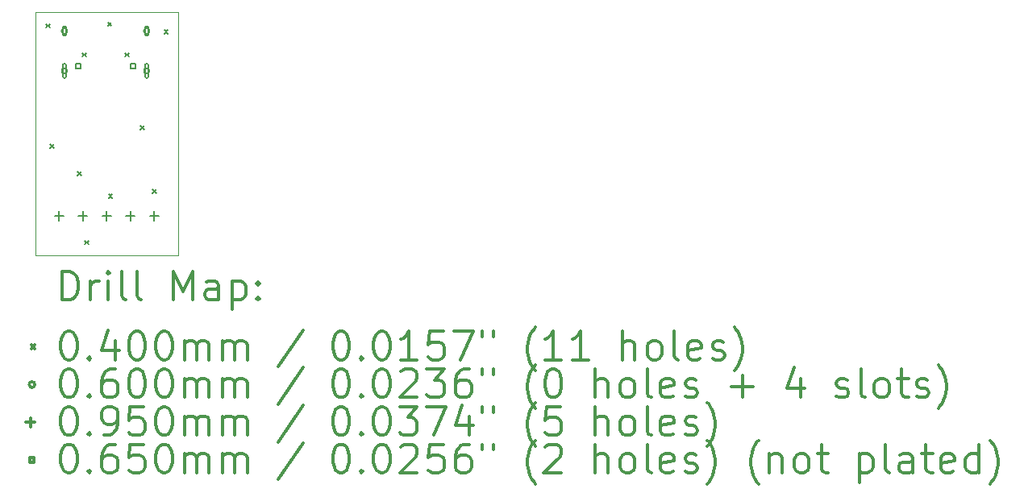
<source format=gbr>
%FSLAX45Y45*%
G04 Gerber Fmt 4.5, Leading zero omitted, Abs format (unit mm)*
G04 Created by KiCad (PCBNEW (5.1.12)-1) date 2022-09-04 19:37:22*
%MOMM*%
%LPD*%
G01*
G04 APERTURE LIST*
%TA.AperFunction,Profile*%
%ADD10C,0.050000*%
%TD*%
%ADD11C,0.200000*%
%ADD12C,0.300000*%
G04 APERTURE END LIST*
D10*
X1500000Y0D02*
X0Y0D01*
X1500000Y0D02*
X1500000Y-2560000D01*
X0Y-2560000D02*
X0Y0D01*
X1500000Y-2560000D02*
X0Y-2560000D01*
D11*
X114000Y-128000D02*
X154000Y-168000D01*
X154000Y-128000D02*
X114000Y-168000D01*
X156000Y-1392000D02*
X196000Y-1432000D01*
X196000Y-1392000D02*
X156000Y-1432000D01*
X446000Y-1682000D02*
X486000Y-1722000D01*
X486000Y-1682000D02*
X446000Y-1722000D01*
X495000Y-432000D02*
X535000Y-472000D01*
X535000Y-432000D02*
X495000Y-472000D01*
X519000Y-2404000D02*
X559000Y-2444000D01*
X559000Y-2404000D02*
X519000Y-2444000D01*
X763000Y-111000D02*
X803000Y-151000D01*
X803000Y-111000D02*
X763000Y-151000D01*
X772000Y-1917000D02*
X812000Y-1957000D01*
X812000Y-1917000D02*
X772000Y-1957000D01*
X943000Y-431000D02*
X983000Y-471000D01*
X983000Y-431000D02*
X943000Y-471000D01*
X1106000Y-1201000D02*
X1146000Y-1241000D01*
X1146000Y-1201000D02*
X1106000Y-1241000D01*
X1231000Y-1867000D02*
X1271000Y-1907000D01*
X1271000Y-1867000D02*
X1231000Y-1907000D01*
X1355000Y-192000D02*
X1395000Y-232000D01*
X1395000Y-192000D02*
X1355000Y-232000D01*
X338000Y-202500D02*
G75*
G03*
X338000Y-202500I-30000J0D01*
G01*
X328000Y-232500D02*
X328000Y-172500D01*
X288000Y-232500D02*
X288000Y-172500D01*
X328000Y-172500D02*
G75*
G03*
X288000Y-172500I-20000J0D01*
G01*
X288000Y-232500D02*
G75*
G03*
X328000Y-232500I20000J0D01*
G01*
X338000Y-620500D02*
G75*
G03*
X338000Y-620500I-30000J0D01*
G01*
X328000Y-675500D02*
X328000Y-565500D01*
X288000Y-675500D02*
X288000Y-565500D01*
X328000Y-565500D02*
G75*
G03*
X288000Y-565500I-20000J0D01*
G01*
X288000Y-675500D02*
G75*
G03*
X328000Y-675500I20000J0D01*
G01*
X1202000Y-202500D02*
G75*
G03*
X1202000Y-202500I-30000J0D01*
G01*
X1192000Y-232500D02*
X1192000Y-172500D01*
X1152000Y-232500D02*
X1152000Y-172500D01*
X1192000Y-172500D02*
G75*
G03*
X1152000Y-172500I-20000J0D01*
G01*
X1152000Y-232500D02*
G75*
G03*
X1192000Y-232500I20000J0D01*
G01*
X1202000Y-620500D02*
G75*
G03*
X1202000Y-620500I-30000J0D01*
G01*
X1192000Y-675500D02*
X1192000Y-565500D01*
X1152000Y-675500D02*
X1152000Y-565500D01*
X1192000Y-565500D02*
G75*
G03*
X1152000Y-565500I-20000J0D01*
G01*
X1152000Y-675500D02*
G75*
G03*
X1192000Y-675500I20000J0D01*
G01*
X251000Y-2098500D02*
X251000Y-2193500D01*
X203500Y-2146000D02*
X298500Y-2146000D01*
X501000Y-2098500D02*
X501000Y-2193500D01*
X453500Y-2146000D02*
X548500Y-2146000D01*
X751000Y-2098500D02*
X751000Y-2193500D01*
X703500Y-2146000D02*
X798500Y-2146000D01*
X1001000Y-2098500D02*
X1001000Y-2193500D01*
X953500Y-2146000D02*
X1048500Y-2146000D01*
X1251000Y-2098500D02*
X1251000Y-2193500D01*
X1203500Y-2146000D02*
X1298500Y-2146000D01*
X473981Y-593481D02*
X473981Y-547519D01*
X428019Y-547519D01*
X428019Y-593481D01*
X473981Y-593481D01*
X1051981Y-593481D02*
X1051981Y-547519D01*
X1006019Y-547519D01*
X1006019Y-593481D01*
X1051981Y-593481D01*
D12*
X283928Y-3028214D02*
X283928Y-2728214D01*
X355357Y-2728214D01*
X398214Y-2742500D01*
X426786Y-2771072D01*
X441071Y-2799643D01*
X455357Y-2856786D01*
X455357Y-2899643D01*
X441071Y-2956786D01*
X426786Y-2985357D01*
X398214Y-3013929D01*
X355357Y-3028214D01*
X283928Y-3028214D01*
X583928Y-3028214D02*
X583928Y-2828214D01*
X583928Y-2885357D02*
X598214Y-2856786D01*
X612500Y-2842500D01*
X641071Y-2828214D01*
X669643Y-2828214D01*
X769643Y-3028214D02*
X769643Y-2828214D01*
X769643Y-2728214D02*
X755357Y-2742500D01*
X769643Y-2756786D01*
X783928Y-2742500D01*
X769643Y-2728214D01*
X769643Y-2756786D01*
X955357Y-3028214D02*
X926786Y-3013929D01*
X912500Y-2985357D01*
X912500Y-2728214D01*
X1112500Y-3028214D02*
X1083928Y-3013929D01*
X1069643Y-2985357D01*
X1069643Y-2728214D01*
X1455357Y-3028214D02*
X1455357Y-2728214D01*
X1555357Y-2942500D01*
X1655357Y-2728214D01*
X1655357Y-3028214D01*
X1926786Y-3028214D02*
X1926786Y-2871071D01*
X1912500Y-2842500D01*
X1883928Y-2828214D01*
X1826786Y-2828214D01*
X1798214Y-2842500D01*
X1926786Y-3013929D02*
X1898214Y-3028214D01*
X1826786Y-3028214D01*
X1798214Y-3013929D01*
X1783928Y-2985357D01*
X1783928Y-2956786D01*
X1798214Y-2928214D01*
X1826786Y-2913929D01*
X1898214Y-2913929D01*
X1926786Y-2899643D01*
X2069643Y-2828214D02*
X2069643Y-3128214D01*
X2069643Y-2842500D02*
X2098214Y-2828214D01*
X2155357Y-2828214D01*
X2183928Y-2842500D01*
X2198214Y-2856786D01*
X2212500Y-2885357D01*
X2212500Y-2971071D01*
X2198214Y-2999643D01*
X2183928Y-3013929D01*
X2155357Y-3028214D01*
X2098214Y-3028214D01*
X2069643Y-3013929D01*
X2341071Y-2999643D02*
X2355357Y-3013929D01*
X2341071Y-3028214D01*
X2326786Y-3013929D01*
X2341071Y-2999643D01*
X2341071Y-3028214D01*
X2341071Y-2842500D02*
X2355357Y-2856786D01*
X2341071Y-2871071D01*
X2326786Y-2856786D01*
X2341071Y-2842500D01*
X2341071Y-2871071D01*
X-42500Y-3502500D02*
X-2500Y-3542500D01*
X-2500Y-3502500D02*
X-42500Y-3542500D01*
X341071Y-3358214D02*
X369643Y-3358214D01*
X398214Y-3372500D01*
X412500Y-3386786D01*
X426786Y-3415357D01*
X441071Y-3472500D01*
X441071Y-3543929D01*
X426786Y-3601071D01*
X412500Y-3629643D01*
X398214Y-3643929D01*
X369643Y-3658214D01*
X341071Y-3658214D01*
X312500Y-3643929D01*
X298214Y-3629643D01*
X283928Y-3601071D01*
X269643Y-3543929D01*
X269643Y-3472500D01*
X283928Y-3415357D01*
X298214Y-3386786D01*
X312500Y-3372500D01*
X341071Y-3358214D01*
X569643Y-3629643D02*
X583928Y-3643929D01*
X569643Y-3658214D01*
X555357Y-3643929D01*
X569643Y-3629643D01*
X569643Y-3658214D01*
X841071Y-3458214D02*
X841071Y-3658214D01*
X769643Y-3343929D02*
X698214Y-3558214D01*
X883928Y-3558214D01*
X1055357Y-3358214D02*
X1083928Y-3358214D01*
X1112500Y-3372500D01*
X1126786Y-3386786D01*
X1141071Y-3415357D01*
X1155357Y-3472500D01*
X1155357Y-3543929D01*
X1141071Y-3601071D01*
X1126786Y-3629643D01*
X1112500Y-3643929D01*
X1083928Y-3658214D01*
X1055357Y-3658214D01*
X1026786Y-3643929D01*
X1012500Y-3629643D01*
X998214Y-3601071D01*
X983928Y-3543929D01*
X983928Y-3472500D01*
X998214Y-3415357D01*
X1012500Y-3386786D01*
X1026786Y-3372500D01*
X1055357Y-3358214D01*
X1341071Y-3358214D02*
X1369643Y-3358214D01*
X1398214Y-3372500D01*
X1412500Y-3386786D01*
X1426786Y-3415357D01*
X1441071Y-3472500D01*
X1441071Y-3543929D01*
X1426786Y-3601071D01*
X1412500Y-3629643D01*
X1398214Y-3643929D01*
X1369643Y-3658214D01*
X1341071Y-3658214D01*
X1312500Y-3643929D01*
X1298214Y-3629643D01*
X1283928Y-3601071D01*
X1269643Y-3543929D01*
X1269643Y-3472500D01*
X1283928Y-3415357D01*
X1298214Y-3386786D01*
X1312500Y-3372500D01*
X1341071Y-3358214D01*
X1569643Y-3658214D02*
X1569643Y-3458214D01*
X1569643Y-3486786D02*
X1583928Y-3472500D01*
X1612500Y-3458214D01*
X1655357Y-3458214D01*
X1683928Y-3472500D01*
X1698214Y-3501071D01*
X1698214Y-3658214D01*
X1698214Y-3501071D02*
X1712500Y-3472500D01*
X1741071Y-3458214D01*
X1783928Y-3458214D01*
X1812500Y-3472500D01*
X1826786Y-3501071D01*
X1826786Y-3658214D01*
X1969643Y-3658214D02*
X1969643Y-3458214D01*
X1969643Y-3486786D02*
X1983928Y-3472500D01*
X2012500Y-3458214D01*
X2055357Y-3458214D01*
X2083928Y-3472500D01*
X2098214Y-3501071D01*
X2098214Y-3658214D01*
X2098214Y-3501071D02*
X2112500Y-3472500D01*
X2141071Y-3458214D01*
X2183928Y-3458214D01*
X2212500Y-3472500D01*
X2226786Y-3501071D01*
X2226786Y-3658214D01*
X2812500Y-3343929D02*
X2555357Y-3729643D01*
X3198214Y-3358214D02*
X3226786Y-3358214D01*
X3255357Y-3372500D01*
X3269643Y-3386786D01*
X3283928Y-3415357D01*
X3298214Y-3472500D01*
X3298214Y-3543929D01*
X3283928Y-3601071D01*
X3269643Y-3629643D01*
X3255357Y-3643929D01*
X3226786Y-3658214D01*
X3198214Y-3658214D01*
X3169643Y-3643929D01*
X3155357Y-3629643D01*
X3141071Y-3601071D01*
X3126786Y-3543929D01*
X3126786Y-3472500D01*
X3141071Y-3415357D01*
X3155357Y-3386786D01*
X3169643Y-3372500D01*
X3198214Y-3358214D01*
X3426786Y-3629643D02*
X3441071Y-3643929D01*
X3426786Y-3658214D01*
X3412500Y-3643929D01*
X3426786Y-3629643D01*
X3426786Y-3658214D01*
X3626786Y-3358214D02*
X3655357Y-3358214D01*
X3683928Y-3372500D01*
X3698214Y-3386786D01*
X3712500Y-3415357D01*
X3726786Y-3472500D01*
X3726786Y-3543929D01*
X3712500Y-3601071D01*
X3698214Y-3629643D01*
X3683928Y-3643929D01*
X3655357Y-3658214D01*
X3626786Y-3658214D01*
X3598214Y-3643929D01*
X3583928Y-3629643D01*
X3569643Y-3601071D01*
X3555357Y-3543929D01*
X3555357Y-3472500D01*
X3569643Y-3415357D01*
X3583928Y-3386786D01*
X3598214Y-3372500D01*
X3626786Y-3358214D01*
X4012500Y-3658214D02*
X3841071Y-3658214D01*
X3926786Y-3658214D02*
X3926786Y-3358214D01*
X3898214Y-3401071D01*
X3869643Y-3429643D01*
X3841071Y-3443929D01*
X4283928Y-3358214D02*
X4141071Y-3358214D01*
X4126786Y-3501071D01*
X4141071Y-3486786D01*
X4169643Y-3472500D01*
X4241071Y-3472500D01*
X4269643Y-3486786D01*
X4283928Y-3501071D01*
X4298214Y-3529643D01*
X4298214Y-3601071D01*
X4283928Y-3629643D01*
X4269643Y-3643929D01*
X4241071Y-3658214D01*
X4169643Y-3658214D01*
X4141071Y-3643929D01*
X4126786Y-3629643D01*
X4398214Y-3358214D02*
X4598214Y-3358214D01*
X4469643Y-3658214D01*
X4698214Y-3358214D02*
X4698214Y-3415357D01*
X4812500Y-3358214D02*
X4812500Y-3415357D01*
X5255357Y-3772500D02*
X5241071Y-3758214D01*
X5212500Y-3715357D01*
X5198214Y-3686786D01*
X5183928Y-3643929D01*
X5169643Y-3572500D01*
X5169643Y-3515357D01*
X5183928Y-3443929D01*
X5198214Y-3401071D01*
X5212500Y-3372500D01*
X5241071Y-3329643D01*
X5255357Y-3315357D01*
X5526786Y-3658214D02*
X5355357Y-3658214D01*
X5441071Y-3658214D02*
X5441071Y-3358214D01*
X5412500Y-3401071D01*
X5383928Y-3429643D01*
X5355357Y-3443929D01*
X5812500Y-3658214D02*
X5641071Y-3658214D01*
X5726786Y-3658214D02*
X5726786Y-3358214D01*
X5698214Y-3401071D01*
X5669643Y-3429643D01*
X5641071Y-3443929D01*
X6169643Y-3658214D02*
X6169643Y-3358214D01*
X6298214Y-3658214D02*
X6298214Y-3501071D01*
X6283928Y-3472500D01*
X6255357Y-3458214D01*
X6212500Y-3458214D01*
X6183928Y-3472500D01*
X6169643Y-3486786D01*
X6483928Y-3658214D02*
X6455357Y-3643929D01*
X6441071Y-3629643D01*
X6426786Y-3601071D01*
X6426786Y-3515357D01*
X6441071Y-3486786D01*
X6455357Y-3472500D01*
X6483928Y-3458214D01*
X6526786Y-3458214D01*
X6555357Y-3472500D01*
X6569643Y-3486786D01*
X6583928Y-3515357D01*
X6583928Y-3601071D01*
X6569643Y-3629643D01*
X6555357Y-3643929D01*
X6526786Y-3658214D01*
X6483928Y-3658214D01*
X6755357Y-3658214D02*
X6726786Y-3643929D01*
X6712500Y-3615357D01*
X6712500Y-3358214D01*
X6983928Y-3643929D02*
X6955357Y-3658214D01*
X6898214Y-3658214D01*
X6869643Y-3643929D01*
X6855357Y-3615357D01*
X6855357Y-3501071D01*
X6869643Y-3472500D01*
X6898214Y-3458214D01*
X6955357Y-3458214D01*
X6983928Y-3472500D01*
X6998214Y-3501071D01*
X6998214Y-3529643D01*
X6855357Y-3558214D01*
X7112500Y-3643929D02*
X7141071Y-3658214D01*
X7198214Y-3658214D01*
X7226786Y-3643929D01*
X7241071Y-3615357D01*
X7241071Y-3601071D01*
X7226786Y-3572500D01*
X7198214Y-3558214D01*
X7155357Y-3558214D01*
X7126786Y-3543929D01*
X7112500Y-3515357D01*
X7112500Y-3501071D01*
X7126786Y-3472500D01*
X7155357Y-3458214D01*
X7198214Y-3458214D01*
X7226786Y-3472500D01*
X7341071Y-3772500D02*
X7355357Y-3758214D01*
X7383928Y-3715357D01*
X7398214Y-3686786D01*
X7412500Y-3643929D01*
X7426786Y-3572500D01*
X7426786Y-3515357D01*
X7412500Y-3443929D01*
X7398214Y-3401071D01*
X7383928Y-3372500D01*
X7355357Y-3329643D01*
X7341071Y-3315357D01*
X-2500Y-3918500D02*
G75*
G03*
X-2500Y-3918500I-30000J0D01*
G01*
X341071Y-3754214D02*
X369643Y-3754214D01*
X398214Y-3768500D01*
X412500Y-3782786D01*
X426786Y-3811357D01*
X441071Y-3868500D01*
X441071Y-3939929D01*
X426786Y-3997071D01*
X412500Y-4025643D01*
X398214Y-4039929D01*
X369643Y-4054214D01*
X341071Y-4054214D01*
X312500Y-4039929D01*
X298214Y-4025643D01*
X283928Y-3997071D01*
X269643Y-3939929D01*
X269643Y-3868500D01*
X283928Y-3811357D01*
X298214Y-3782786D01*
X312500Y-3768500D01*
X341071Y-3754214D01*
X569643Y-4025643D02*
X583928Y-4039929D01*
X569643Y-4054214D01*
X555357Y-4039929D01*
X569643Y-4025643D01*
X569643Y-4054214D01*
X841071Y-3754214D02*
X783928Y-3754214D01*
X755357Y-3768500D01*
X741071Y-3782786D01*
X712500Y-3825643D01*
X698214Y-3882786D01*
X698214Y-3997071D01*
X712500Y-4025643D01*
X726786Y-4039929D01*
X755357Y-4054214D01*
X812500Y-4054214D01*
X841071Y-4039929D01*
X855357Y-4025643D01*
X869643Y-3997071D01*
X869643Y-3925643D01*
X855357Y-3897071D01*
X841071Y-3882786D01*
X812500Y-3868500D01*
X755357Y-3868500D01*
X726786Y-3882786D01*
X712500Y-3897071D01*
X698214Y-3925643D01*
X1055357Y-3754214D02*
X1083928Y-3754214D01*
X1112500Y-3768500D01*
X1126786Y-3782786D01*
X1141071Y-3811357D01*
X1155357Y-3868500D01*
X1155357Y-3939929D01*
X1141071Y-3997071D01*
X1126786Y-4025643D01*
X1112500Y-4039929D01*
X1083928Y-4054214D01*
X1055357Y-4054214D01*
X1026786Y-4039929D01*
X1012500Y-4025643D01*
X998214Y-3997071D01*
X983928Y-3939929D01*
X983928Y-3868500D01*
X998214Y-3811357D01*
X1012500Y-3782786D01*
X1026786Y-3768500D01*
X1055357Y-3754214D01*
X1341071Y-3754214D02*
X1369643Y-3754214D01*
X1398214Y-3768500D01*
X1412500Y-3782786D01*
X1426786Y-3811357D01*
X1441071Y-3868500D01*
X1441071Y-3939929D01*
X1426786Y-3997071D01*
X1412500Y-4025643D01*
X1398214Y-4039929D01*
X1369643Y-4054214D01*
X1341071Y-4054214D01*
X1312500Y-4039929D01*
X1298214Y-4025643D01*
X1283928Y-3997071D01*
X1269643Y-3939929D01*
X1269643Y-3868500D01*
X1283928Y-3811357D01*
X1298214Y-3782786D01*
X1312500Y-3768500D01*
X1341071Y-3754214D01*
X1569643Y-4054214D02*
X1569643Y-3854214D01*
X1569643Y-3882786D02*
X1583928Y-3868500D01*
X1612500Y-3854214D01*
X1655357Y-3854214D01*
X1683928Y-3868500D01*
X1698214Y-3897071D01*
X1698214Y-4054214D01*
X1698214Y-3897071D02*
X1712500Y-3868500D01*
X1741071Y-3854214D01*
X1783928Y-3854214D01*
X1812500Y-3868500D01*
X1826786Y-3897071D01*
X1826786Y-4054214D01*
X1969643Y-4054214D02*
X1969643Y-3854214D01*
X1969643Y-3882786D02*
X1983928Y-3868500D01*
X2012500Y-3854214D01*
X2055357Y-3854214D01*
X2083928Y-3868500D01*
X2098214Y-3897071D01*
X2098214Y-4054214D01*
X2098214Y-3897071D02*
X2112500Y-3868500D01*
X2141071Y-3854214D01*
X2183928Y-3854214D01*
X2212500Y-3868500D01*
X2226786Y-3897071D01*
X2226786Y-4054214D01*
X2812500Y-3739929D02*
X2555357Y-4125643D01*
X3198214Y-3754214D02*
X3226786Y-3754214D01*
X3255357Y-3768500D01*
X3269643Y-3782786D01*
X3283928Y-3811357D01*
X3298214Y-3868500D01*
X3298214Y-3939929D01*
X3283928Y-3997071D01*
X3269643Y-4025643D01*
X3255357Y-4039929D01*
X3226786Y-4054214D01*
X3198214Y-4054214D01*
X3169643Y-4039929D01*
X3155357Y-4025643D01*
X3141071Y-3997071D01*
X3126786Y-3939929D01*
X3126786Y-3868500D01*
X3141071Y-3811357D01*
X3155357Y-3782786D01*
X3169643Y-3768500D01*
X3198214Y-3754214D01*
X3426786Y-4025643D02*
X3441071Y-4039929D01*
X3426786Y-4054214D01*
X3412500Y-4039929D01*
X3426786Y-4025643D01*
X3426786Y-4054214D01*
X3626786Y-3754214D02*
X3655357Y-3754214D01*
X3683928Y-3768500D01*
X3698214Y-3782786D01*
X3712500Y-3811357D01*
X3726786Y-3868500D01*
X3726786Y-3939929D01*
X3712500Y-3997071D01*
X3698214Y-4025643D01*
X3683928Y-4039929D01*
X3655357Y-4054214D01*
X3626786Y-4054214D01*
X3598214Y-4039929D01*
X3583928Y-4025643D01*
X3569643Y-3997071D01*
X3555357Y-3939929D01*
X3555357Y-3868500D01*
X3569643Y-3811357D01*
X3583928Y-3782786D01*
X3598214Y-3768500D01*
X3626786Y-3754214D01*
X3841071Y-3782786D02*
X3855357Y-3768500D01*
X3883928Y-3754214D01*
X3955357Y-3754214D01*
X3983928Y-3768500D01*
X3998214Y-3782786D01*
X4012500Y-3811357D01*
X4012500Y-3839929D01*
X3998214Y-3882786D01*
X3826786Y-4054214D01*
X4012500Y-4054214D01*
X4112500Y-3754214D02*
X4298214Y-3754214D01*
X4198214Y-3868500D01*
X4241071Y-3868500D01*
X4269643Y-3882786D01*
X4283928Y-3897071D01*
X4298214Y-3925643D01*
X4298214Y-3997071D01*
X4283928Y-4025643D01*
X4269643Y-4039929D01*
X4241071Y-4054214D01*
X4155357Y-4054214D01*
X4126786Y-4039929D01*
X4112500Y-4025643D01*
X4555357Y-3754214D02*
X4498214Y-3754214D01*
X4469643Y-3768500D01*
X4455357Y-3782786D01*
X4426786Y-3825643D01*
X4412500Y-3882786D01*
X4412500Y-3997071D01*
X4426786Y-4025643D01*
X4441071Y-4039929D01*
X4469643Y-4054214D01*
X4526786Y-4054214D01*
X4555357Y-4039929D01*
X4569643Y-4025643D01*
X4583928Y-3997071D01*
X4583928Y-3925643D01*
X4569643Y-3897071D01*
X4555357Y-3882786D01*
X4526786Y-3868500D01*
X4469643Y-3868500D01*
X4441071Y-3882786D01*
X4426786Y-3897071D01*
X4412500Y-3925643D01*
X4698214Y-3754214D02*
X4698214Y-3811357D01*
X4812500Y-3754214D02*
X4812500Y-3811357D01*
X5255357Y-4168500D02*
X5241071Y-4154214D01*
X5212500Y-4111357D01*
X5198214Y-4082786D01*
X5183928Y-4039929D01*
X5169643Y-3968500D01*
X5169643Y-3911357D01*
X5183928Y-3839929D01*
X5198214Y-3797071D01*
X5212500Y-3768500D01*
X5241071Y-3725643D01*
X5255357Y-3711357D01*
X5426786Y-3754214D02*
X5455357Y-3754214D01*
X5483928Y-3768500D01*
X5498214Y-3782786D01*
X5512500Y-3811357D01*
X5526786Y-3868500D01*
X5526786Y-3939929D01*
X5512500Y-3997071D01*
X5498214Y-4025643D01*
X5483928Y-4039929D01*
X5455357Y-4054214D01*
X5426786Y-4054214D01*
X5398214Y-4039929D01*
X5383928Y-4025643D01*
X5369643Y-3997071D01*
X5355357Y-3939929D01*
X5355357Y-3868500D01*
X5369643Y-3811357D01*
X5383928Y-3782786D01*
X5398214Y-3768500D01*
X5426786Y-3754214D01*
X5883928Y-4054214D02*
X5883928Y-3754214D01*
X6012500Y-4054214D02*
X6012500Y-3897071D01*
X5998214Y-3868500D01*
X5969643Y-3854214D01*
X5926786Y-3854214D01*
X5898214Y-3868500D01*
X5883928Y-3882786D01*
X6198214Y-4054214D02*
X6169643Y-4039929D01*
X6155357Y-4025643D01*
X6141071Y-3997071D01*
X6141071Y-3911357D01*
X6155357Y-3882786D01*
X6169643Y-3868500D01*
X6198214Y-3854214D01*
X6241071Y-3854214D01*
X6269643Y-3868500D01*
X6283928Y-3882786D01*
X6298214Y-3911357D01*
X6298214Y-3997071D01*
X6283928Y-4025643D01*
X6269643Y-4039929D01*
X6241071Y-4054214D01*
X6198214Y-4054214D01*
X6469643Y-4054214D02*
X6441071Y-4039929D01*
X6426786Y-4011357D01*
X6426786Y-3754214D01*
X6698214Y-4039929D02*
X6669643Y-4054214D01*
X6612500Y-4054214D01*
X6583928Y-4039929D01*
X6569643Y-4011357D01*
X6569643Y-3897071D01*
X6583928Y-3868500D01*
X6612500Y-3854214D01*
X6669643Y-3854214D01*
X6698214Y-3868500D01*
X6712500Y-3897071D01*
X6712500Y-3925643D01*
X6569643Y-3954214D01*
X6826786Y-4039929D02*
X6855357Y-4054214D01*
X6912500Y-4054214D01*
X6941071Y-4039929D01*
X6955357Y-4011357D01*
X6955357Y-3997071D01*
X6941071Y-3968500D01*
X6912500Y-3954214D01*
X6869643Y-3954214D01*
X6841071Y-3939929D01*
X6826786Y-3911357D01*
X6826786Y-3897071D01*
X6841071Y-3868500D01*
X6869643Y-3854214D01*
X6912500Y-3854214D01*
X6941071Y-3868500D01*
X7312500Y-3939929D02*
X7541071Y-3939929D01*
X7426786Y-4054214D02*
X7426786Y-3825643D01*
X8041071Y-3854214D02*
X8041071Y-4054214D01*
X7969643Y-3739929D02*
X7898214Y-3954214D01*
X8083928Y-3954214D01*
X8412500Y-4039929D02*
X8441071Y-4054214D01*
X8498214Y-4054214D01*
X8526786Y-4039929D01*
X8541071Y-4011357D01*
X8541071Y-3997071D01*
X8526786Y-3968500D01*
X8498214Y-3954214D01*
X8455357Y-3954214D01*
X8426786Y-3939929D01*
X8412500Y-3911357D01*
X8412500Y-3897071D01*
X8426786Y-3868500D01*
X8455357Y-3854214D01*
X8498214Y-3854214D01*
X8526786Y-3868500D01*
X8712500Y-4054214D02*
X8683928Y-4039929D01*
X8669643Y-4011357D01*
X8669643Y-3754214D01*
X8869643Y-4054214D02*
X8841071Y-4039929D01*
X8826786Y-4025643D01*
X8812500Y-3997071D01*
X8812500Y-3911357D01*
X8826786Y-3882786D01*
X8841071Y-3868500D01*
X8869643Y-3854214D01*
X8912500Y-3854214D01*
X8941071Y-3868500D01*
X8955357Y-3882786D01*
X8969643Y-3911357D01*
X8969643Y-3997071D01*
X8955357Y-4025643D01*
X8941071Y-4039929D01*
X8912500Y-4054214D01*
X8869643Y-4054214D01*
X9055357Y-3854214D02*
X9169643Y-3854214D01*
X9098214Y-3754214D02*
X9098214Y-4011357D01*
X9112500Y-4039929D01*
X9141071Y-4054214D01*
X9169643Y-4054214D01*
X9255357Y-4039929D02*
X9283928Y-4054214D01*
X9341071Y-4054214D01*
X9369643Y-4039929D01*
X9383928Y-4011357D01*
X9383928Y-3997071D01*
X9369643Y-3968500D01*
X9341071Y-3954214D01*
X9298214Y-3954214D01*
X9269643Y-3939929D01*
X9255357Y-3911357D01*
X9255357Y-3897071D01*
X9269643Y-3868500D01*
X9298214Y-3854214D01*
X9341071Y-3854214D01*
X9369643Y-3868500D01*
X9483928Y-4168500D02*
X9498214Y-4154214D01*
X9526786Y-4111357D01*
X9541071Y-4082786D01*
X9555357Y-4039929D01*
X9569643Y-3968500D01*
X9569643Y-3911357D01*
X9555357Y-3839929D01*
X9541071Y-3797071D01*
X9526786Y-3768500D01*
X9498214Y-3725643D01*
X9483928Y-3711357D01*
X-50000Y-4267000D02*
X-50000Y-4362000D01*
X-97500Y-4314500D02*
X-2500Y-4314500D01*
X341071Y-4150214D02*
X369643Y-4150214D01*
X398214Y-4164500D01*
X412500Y-4178786D01*
X426786Y-4207357D01*
X441071Y-4264500D01*
X441071Y-4335929D01*
X426786Y-4393072D01*
X412500Y-4421643D01*
X398214Y-4435929D01*
X369643Y-4450214D01*
X341071Y-4450214D01*
X312500Y-4435929D01*
X298214Y-4421643D01*
X283928Y-4393072D01*
X269643Y-4335929D01*
X269643Y-4264500D01*
X283928Y-4207357D01*
X298214Y-4178786D01*
X312500Y-4164500D01*
X341071Y-4150214D01*
X569643Y-4421643D02*
X583928Y-4435929D01*
X569643Y-4450214D01*
X555357Y-4435929D01*
X569643Y-4421643D01*
X569643Y-4450214D01*
X726786Y-4450214D02*
X783928Y-4450214D01*
X812500Y-4435929D01*
X826786Y-4421643D01*
X855357Y-4378786D01*
X869643Y-4321643D01*
X869643Y-4207357D01*
X855357Y-4178786D01*
X841071Y-4164500D01*
X812500Y-4150214D01*
X755357Y-4150214D01*
X726786Y-4164500D01*
X712500Y-4178786D01*
X698214Y-4207357D01*
X698214Y-4278786D01*
X712500Y-4307357D01*
X726786Y-4321643D01*
X755357Y-4335929D01*
X812500Y-4335929D01*
X841071Y-4321643D01*
X855357Y-4307357D01*
X869643Y-4278786D01*
X1141071Y-4150214D02*
X998214Y-4150214D01*
X983928Y-4293072D01*
X998214Y-4278786D01*
X1026786Y-4264500D01*
X1098214Y-4264500D01*
X1126786Y-4278786D01*
X1141071Y-4293072D01*
X1155357Y-4321643D01*
X1155357Y-4393072D01*
X1141071Y-4421643D01*
X1126786Y-4435929D01*
X1098214Y-4450214D01*
X1026786Y-4450214D01*
X998214Y-4435929D01*
X983928Y-4421643D01*
X1341071Y-4150214D02*
X1369643Y-4150214D01*
X1398214Y-4164500D01*
X1412500Y-4178786D01*
X1426786Y-4207357D01*
X1441071Y-4264500D01*
X1441071Y-4335929D01*
X1426786Y-4393072D01*
X1412500Y-4421643D01*
X1398214Y-4435929D01*
X1369643Y-4450214D01*
X1341071Y-4450214D01*
X1312500Y-4435929D01*
X1298214Y-4421643D01*
X1283928Y-4393072D01*
X1269643Y-4335929D01*
X1269643Y-4264500D01*
X1283928Y-4207357D01*
X1298214Y-4178786D01*
X1312500Y-4164500D01*
X1341071Y-4150214D01*
X1569643Y-4450214D02*
X1569643Y-4250214D01*
X1569643Y-4278786D02*
X1583928Y-4264500D01*
X1612500Y-4250214D01*
X1655357Y-4250214D01*
X1683928Y-4264500D01*
X1698214Y-4293072D01*
X1698214Y-4450214D01*
X1698214Y-4293072D02*
X1712500Y-4264500D01*
X1741071Y-4250214D01*
X1783928Y-4250214D01*
X1812500Y-4264500D01*
X1826786Y-4293072D01*
X1826786Y-4450214D01*
X1969643Y-4450214D02*
X1969643Y-4250214D01*
X1969643Y-4278786D02*
X1983928Y-4264500D01*
X2012500Y-4250214D01*
X2055357Y-4250214D01*
X2083928Y-4264500D01*
X2098214Y-4293072D01*
X2098214Y-4450214D01*
X2098214Y-4293072D02*
X2112500Y-4264500D01*
X2141071Y-4250214D01*
X2183928Y-4250214D01*
X2212500Y-4264500D01*
X2226786Y-4293072D01*
X2226786Y-4450214D01*
X2812500Y-4135929D02*
X2555357Y-4521643D01*
X3198214Y-4150214D02*
X3226786Y-4150214D01*
X3255357Y-4164500D01*
X3269643Y-4178786D01*
X3283928Y-4207357D01*
X3298214Y-4264500D01*
X3298214Y-4335929D01*
X3283928Y-4393072D01*
X3269643Y-4421643D01*
X3255357Y-4435929D01*
X3226786Y-4450214D01*
X3198214Y-4450214D01*
X3169643Y-4435929D01*
X3155357Y-4421643D01*
X3141071Y-4393072D01*
X3126786Y-4335929D01*
X3126786Y-4264500D01*
X3141071Y-4207357D01*
X3155357Y-4178786D01*
X3169643Y-4164500D01*
X3198214Y-4150214D01*
X3426786Y-4421643D02*
X3441071Y-4435929D01*
X3426786Y-4450214D01*
X3412500Y-4435929D01*
X3426786Y-4421643D01*
X3426786Y-4450214D01*
X3626786Y-4150214D02*
X3655357Y-4150214D01*
X3683928Y-4164500D01*
X3698214Y-4178786D01*
X3712500Y-4207357D01*
X3726786Y-4264500D01*
X3726786Y-4335929D01*
X3712500Y-4393072D01*
X3698214Y-4421643D01*
X3683928Y-4435929D01*
X3655357Y-4450214D01*
X3626786Y-4450214D01*
X3598214Y-4435929D01*
X3583928Y-4421643D01*
X3569643Y-4393072D01*
X3555357Y-4335929D01*
X3555357Y-4264500D01*
X3569643Y-4207357D01*
X3583928Y-4178786D01*
X3598214Y-4164500D01*
X3626786Y-4150214D01*
X3826786Y-4150214D02*
X4012500Y-4150214D01*
X3912500Y-4264500D01*
X3955357Y-4264500D01*
X3983928Y-4278786D01*
X3998214Y-4293072D01*
X4012500Y-4321643D01*
X4012500Y-4393072D01*
X3998214Y-4421643D01*
X3983928Y-4435929D01*
X3955357Y-4450214D01*
X3869643Y-4450214D01*
X3841071Y-4435929D01*
X3826786Y-4421643D01*
X4112500Y-4150214D02*
X4312500Y-4150214D01*
X4183928Y-4450214D01*
X4555357Y-4250214D02*
X4555357Y-4450214D01*
X4483928Y-4135929D02*
X4412500Y-4350214D01*
X4598214Y-4350214D01*
X4698214Y-4150214D02*
X4698214Y-4207357D01*
X4812500Y-4150214D02*
X4812500Y-4207357D01*
X5255357Y-4564500D02*
X5241071Y-4550214D01*
X5212500Y-4507357D01*
X5198214Y-4478786D01*
X5183928Y-4435929D01*
X5169643Y-4364500D01*
X5169643Y-4307357D01*
X5183928Y-4235929D01*
X5198214Y-4193071D01*
X5212500Y-4164500D01*
X5241071Y-4121643D01*
X5255357Y-4107357D01*
X5512500Y-4150214D02*
X5369643Y-4150214D01*
X5355357Y-4293072D01*
X5369643Y-4278786D01*
X5398214Y-4264500D01*
X5469643Y-4264500D01*
X5498214Y-4278786D01*
X5512500Y-4293072D01*
X5526786Y-4321643D01*
X5526786Y-4393072D01*
X5512500Y-4421643D01*
X5498214Y-4435929D01*
X5469643Y-4450214D01*
X5398214Y-4450214D01*
X5369643Y-4435929D01*
X5355357Y-4421643D01*
X5883928Y-4450214D02*
X5883928Y-4150214D01*
X6012500Y-4450214D02*
X6012500Y-4293072D01*
X5998214Y-4264500D01*
X5969643Y-4250214D01*
X5926786Y-4250214D01*
X5898214Y-4264500D01*
X5883928Y-4278786D01*
X6198214Y-4450214D02*
X6169643Y-4435929D01*
X6155357Y-4421643D01*
X6141071Y-4393072D01*
X6141071Y-4307357D01*
X6155357Y-4278786D01*
X6169643Y-4264500D01*
X6198214Y-4250214D01*
X6241071Y-4250214D01*
X6269643Y-4264500D01*
X6283928Y-4278786D01*
X6298214Y-4307357D01*
X6298214Y-4393072D01*
X6283928Y-4421643D01*
X6269643Y-4435929D01*
X6241071Y-4450214D01*
X6198214Y-4450214D01*
X6469643Y-4450214D02*
X6441071Y-4435929D01*
X6426786Y-4407357D01*
X6426786Y-4150214D01*
X6698214Y-4435929D02*
X6669643Y-4450214D01*
X6612500Y-4450214D01*
X6583928Y-4435929D01*
X6569643Y-4407357D01*
X6569643Y-4293072D01*
X6583928Y-4264500D01*
X6612500Y-4250214D01*
X6669643Y-4250214D01*
X6698214Y-4264500D01*
X6712500Y-4293072D01*
X6712500Y-4321643D01*
X6569643Y-4350214D01*
X6826786Y-4435929D02*
X6855357Y-4450214D01*
X6912500Y-4450214D01*
X6941071Y-4435929D01*
X6955357Y-4407357D01*
X6955357Y-4393072D01*
X6941071Y-4364500D01*
X6912500Y-4350214D01*
X6869643Y-4350214D01*
X6841071Y-4335929D01*
X6826786Y-4307357D01*
X6826786Y-4293072D01*
X6841071Y-4264500D01*
X6869643Y-4250214D01*
X6912500Y-4250214D01*
X6941071Y-4264500D01*
X7055357Y-4564500D02*
X7069643Y-4550214D01*
X7098214Y-4507357D01*
X7112500Y-4478786D01*
X7126786Y-4435929D01*
X7141071Y-4364500D01*
X7141071Y-4307357D01*
X7126786Y-4235929D01*
X7112500Y-4193071D01*
X7098214Y-4164500D01*
X7069643Y-4121643D01*
X7055357Y-4107357D01*
X-12019Y-4733481D02*
X-12019Y-4687519D01*
X-57981Y-4687519D01*
X-57981Y-4733481D01*
X-12019Y-4733481D01*
X341071Y-4546214D02*
X369643Y-4546214D01*
X398214Y-4560500D01*
X412500Y-4574786D01*
X426786Y-4603357D01*
X441071Y-4660500D01*
X441071Y-4731929D01*
X426786Y-4789072D01*
X412500Y-4817643D01*
X398214Y-4831929D01*
X369643Y-4846214D01*
X341071Y-4846214D01*
X312500Y-4831929D01*
X298214Y-4817643D01*
X283928Y-4789072D01*
X269643Y-4731929D01*
X269643Y-4660500D01*
X283928Y-4603357D01*
X298214Y-4574786D01*
X312500Y-4560500D01*
X341071Y-4546214D01*
X569643Y-4817643D02*
X583928Y-4831929D01*
X569643Y-4846214D01*
X555357Y-4831929D01*
X569643Y-4817643D01*
X569643Y-4846214D01*
X841071Y-4546214D02*
X783928Y-4546214D01*
X755357Y-4560500D01*
X741071Y-4574786D01*
X712500Y-4617643D01*
X698214Y-4674786D01*
X698214Y-4789072D01*
X712500Y-4817643D01*
X726786Y-4831929D01*
X755357Y-4846214D01*
X812500Y-4846214D01*
X841071Y-4831929D01*
X855357Y-4817643D01*
X869643Y-4789072D01*
X869643Y-4717643D01*
X855357Y-4689072D01*
X841071Y-4674786D01*
X812500Y-4660500D01*
X755357Y-4660500D01*
X726786Y-4674786D01*
X712500Y-4689072D01*
X698214Y-4717643D01*
X1141071Y-4546214D02*
X998214Y-4546214D01*
X983928Y-4689072D01*
X998214Y-4674786D01*
X1026786Y-4660500D01*
X1098214Y-4660500D01*
X1126786Y-4674786D01*
X1141071Y-4689072D01*
X1155357Y-4717643D01*
X1155357Y-4789072D01*
X1141071Y-4817643D01*
X1126786Y-4831929D01*
X1098214Y-4846214D01*
X1026786Y-4846214D01*
X998214Y-4831929D01*
X983928Y-4817643D01*
X1341071Y-4546214D02*
X1369643Y-4546214D01*
X1398214Y-4560500D01*
X1412500Y-4574786D01*
X1426786Y-4603357D01*
X1441071Y-4660500D01*
X1441071Y-4731929D01*
X1426786Y-4789072D01*
X1412500Y-4817643D01*
X1398214Y-4831929D01*
X1369643Y-4846214D01*
X1341071Y-4846214D01*
X1312500Y-4831929D01*
X1298214Y-4817643D01*
X1283928Y-4789072D01*
X1269643Y-4731929D01*
X1269643Y-4660500D01*
X1283928Y-4603357D01*
X1298214Y-4574786D01*
X1312500Y-4560500D01*
X1341071Y-4546214D01*
X1569643Y-4846214D02*
X1569643Y-4646214D01*
X1569643Y-4674786D02*
X1583928Y-4660500D01*
X1612500Y-4646214D01*
X1655357Y-4646214D01*
X1683928Y-4660500D01*
X1698214Y-4689072D01*
X1698214Y-4846214D01*
X1698214Y-4689072D02*
X1712500Y-4660500D01*
X1741071Y-4646214D01*
X1783928Y-4646214D01*
X1812500Y-4660500D01*
X1826786Y-4689072D01*
X1826786Y-4846214D01*
X1969643Y-4846214D02*
X1969643Y-4646214D01*
X1969643Y-4674786D02*
X1983928Y-4660500D01*
X2012500Y-4646214D01*
X2055357Y-4646214D01*
X2083928Y-4660500D01*
X2098214Y-4689072D01*
X2098214Y-4846214D01*
X2098214Y-4689072D02*
X2112500Y-4660500D01*
X2141071Y-4646214D01*
X2183928Y-4646214D01*
X2212500Y-4660500D01*
X2226786Y-4689072D01*
X2226786Y-4846214D01*
X2812500Y-4531929D02*
X2555357Y-4917643D01*
X3198214Y-4546214D02*
X3226786Y-4546214D01*
X3255357Y-4560500D01*
X3269643Y-4574786D01*
X3283928Y-4603357D01*
X3298214Y-4660500D01*
X3298214Y-4731929D01*
X3283928Y-4789072D01*
X3269643Y-4817643D01*
X3255357Y-4831929D01*
X3226786Y-4846214D01*
X3198214Y-4846214D01*
X3169643Y-4831929D01*
X3155357Y-4817643D01*
X3141071Y-4789072D01*
X3126786Y-4731929D01*
X3126786Y-4660500D01*
X3141071Y-4603357D01*
X3155357Y-4574786D01*
X3169643Y-4560500D01*
X3198214Y-4546214D01*
X3426786Y-4817643D02*
X3441071Y-4831929D01*
X3426786Y-4846214D01*
X3412500Y-4831929D01*
X3426786Y-4817643D01*
X3426786Y-4846214D01*
X3626786Y-4546214D02*
X3655357Y-4546214D01*
X3683928Y-4560500D01*
X3698214Y-4574786D01*
X3712500Y-4603357D01*
X3726786Y-4660500D01*
X3726786Y-4731929D01*
X3712500Y-4789072D01*
X3698214Y-4817643D01*
X3683928Y-4831929D01*
X3655357Y-4846214D01*
X3626786Y-4846214D01*
X3598214Y-4831929D01*
X3583928Y-4817643D01*
X3569643Y-4789072D01*
X3555357Y-4731929D01*
X3555357Y-4660500D01*
X3569643Y-4603357D01*
X3583928Y-4574786D01*
X3598214Y-4560500D01*
X3626786Y-4546214D01*
X3841071Y-4574786D02*
X3855357Y-4560500D01*
X3883928Y-4546214D01*
X3955357Y-4546214D01*
X3983928Y-4560500D01*
X3998214Y-4574786D01*
X4012500Y-4603357D01*
X4012500Y-4631929D01*
X3998214Y-4674786D01*
X3826786Y-4846214D01*
X4012500Y-4846214D01*
X4283928Y-4546214D02*
X4141071Y-4546214D01*
X4126786Y-4689072D01*
X4141071Y-4674786D01*
X4169643Y-4660500D01*
X4241071Y-4660500D01*
X4269643Y-4674786D01*
X4283928Y-4689072D01*
X4298214Y-4717643D01*
X4298214Y-4789072D01*
X4283928Y-4817643D01*
X4269643Y-4831929D01*
X4241071Y-4846214D01*
X4169643Y-4846214D01*
X4141071Y-4831929D01*
X4126786Y-4817643D01*
X4555357Y-4546214D02*
X4498214Y-4546214D01*
X4469643Y-4560500D01*
X4455357Y-4574786D01*
X4426786Y-4617643D01*
X4412500Y-4674786D01*
X4412500Y-4789072D01*
X4426786Y-4817643D01*
X4441071Y-4831929D01*
X4469643Y-4846214D01*
X4526786Y-4846214D01*
X4555357Y-4831929D01*
X4569643Y-4817643D01*
X4583928Y-4789072D01*
X4583928Y-4717643D01*
X4569643Y-4689072D01*
X4555357Y-4674786D01*
X4526786Y-4660500D01*
X4469643Y-4660500D01*
X4441071Y-4674786D01*
X4426786Y-4689072D01*
X4412500Y-4717643D01*
X4698214Y-4546214D02*
X4698214Y-4603357D01*
X4812500Y-4546214D02*
X4812500Y-4603357D01*
X5255357Y-4960500D02*
X5241071Y-4946214D01*
X5212500Y-4903357D01*
X5198214Y-4874786D01*
X5183928Y-4831929D01*
X5169643Y-4760500D01*
X5169643Y-4703357D01*
X5183928Y-4631929D01*
X5198214Y-4589072D01*
X5212500Y-4560500D01*
X5241071Y-4517643D01*
X5255357Y-4503357D01*
X5355357Y-4574786D02*
X5369643Y-4560500D01*
X5398214Y-4546214D01*
X5469643Y-4546214D01*
X5498214Y-4560500D01*
X5512500Y-4574786D01*
X5526786Y-4603357D01*
X5526786Y-4631929D01*
X5512500Y-4674786D01*
X5341071Y-4846214D01*
X5526786Y-4846214D01*
X5883928Y-4846214D02*
X5883928Y-4546214D01*
X6012500Y-4846214D02*
X6012500Y-4689072D01*
X5998214Y-4660500D01*
X5969643Y-4646214D01*
X5926786Y-4646214D01*
X5898214Y-4660500D01*
X5883928Y-4674786D01*
X6198214Y-4846214D02*
X6169643Y-4831929D01*
X6155357Y-4817643D01*
X6141071Y-4789072D01*
X6141071Y-4703357D01*
X6155357Y-4674786D01*
X6169643Y-4660500D01*
X6198214Y-4646214D01*
X6241071Y-4646214D01*
X6269643Y-4660500D01*
X6283928Y-4674786D01*
X6298214Y-4703357D01*
X6298214Y-4789072D01*
X6283928Y-4817643D01*
X6269643Y-4831929D01*
X6241071Y-4846214D01*
X6198214Y-4846214D01*
X6469643Y-4846214D02*
X6441071Y-4831929D01*
X6426786Y-4803357D01*
X6426786Y-4546214D01*
X6698214Y-4831929D02*
X6669643Y-4846214D01*
X6612500Y-4846214D01*
X6583928Y-4831929D01*
X6569643Y-4803357D01*
X6569643Y-4689072D01*
X6583928Y-4660500D01*
X6612500Y-4646214D01*
X6669643Y-4646214D01*
X6698214Y-4660500D01*
X6712500Y-4689072D01*
X6712500Y-4717643D01*
X6569643Y-4746214D01*
X6826786Y-4831929D02*
X6855357Y-4846214D01*
X6912500Y-4846214D01*
X6941071Y-4831929D01*
X6955357Y-4803357D01*
X6955357Y-4789072D01*
X6941071Y-4760500D01*
X6912500Y-4746214D01*
X6869643Y-4746214D01*
X6841071Y-4731929D01*
X6826786Y-4703357D01*
X6826786Y-4689072D01*
X6841071Y-4660500D01*
X6869643Y-4646214D01*
X6912500Y-4646214D01*
X6941071Y-4660500D01*
X7055357Y-4960500D02*
X7069643Y-4946214D01*
X7098214Y-4903357D01*
X7112500Y-4874786D01*
X7126786Y-4831929D01*
X7141071Y-4760500D01*
X7141071Y-4703357D01*
X7126786Y-4631929D01*
X7112500Y-4589072D01*
X7098214Y-4560500D01*
X7069643Y-4517643D01*
X7055357Y-4503357D01*
X7598214Y-4960500D02*
X7583928Y-4946214D01*
X7555357Y-4903357D01*
X7541071Y-4874786D01*
X7526786Y-4831929D01*
X7512500Y-4760500D01*
X7512500Y-4703357D01*
X7526786Y-4631929D01*
X7541071Y-4589072D01*
X7555357Y-4560500D01*
X7583928Y-4517643D01*
X7598214Y-4503357D01*
X7712500Y-4646214D02*
X7712500Y-4846214D01*
X7712500Y-4674786D02*
X7726786Y-4660500D01*
X7755357Y-4646214D01*
X7798214Y-4646214D01*
X7826786Y-4660500D01*
X7841071Y-4689072D01*
X7841071Y-4846214D01*
X8026786Y-4846214D02*
X7998214Y-4831929D01*
X7983928Y-4817643D01*
X7969643Y-4789072D01*
X7969643Y-4703357D01*
X7983928Y-4674786D01*
X7998214Y-4660500D01*
X8026786Y-4646214D01*
X8069643Y-4646214D01*
X8098214Y-4660500D01*
X8112500Y-4674786D01*
X8126786Y-4703357D01*
X8126786Y-4789072D01*
X8112500Y-4817643D01*
X8098214Y-4831929D01*
X8069643Y-4846214D01*
X8026786Y-4846214D01*
X8212500Y-4646214D02*
X8326786Y-4646214D01*
X8255357Y-4546214D02*
X8255357Y-4803357D01*
X8269643Y-4831929D01*
X8298214Y-4846214D01*
X8326786Y-4846214D01*
X8655357Y-4646214D02*
X8655357Y-4946214D01*
X8655357Y-4660500D02*
X8683928Y-4646214D01*
X8741071Y-4646214D01*
X8769643Y-4660500D01*
X8783928Y-4674786D01*
X8798214Y-4703357D01*
X8798214Y-4789072D01*
X8783928Y-4817643D01*
X8769643Y-4831929D01*
X8741071Y-4846214D01*
X8683928Y-4846214D01*
X8655357Y-4831929D01*
X8969643Y-4846214D02*
X8941071Y-4831929D01*
X8926786Y-4803357D01*
X8926786Y-4546214D01*
X9212500Y-4846214D02*
X9212500Y-4689072D01*
X9198214Y-4660500D01*
X9169643Y-4646214D01*
X9112500Y-4646214D01*
X9083928Y-4660500D01*
X9212500Y-4831929D02*
X9183928Y-4846214D01*
X9112500Y-4846214D01*
X9083928Y-4831929D01*
X9069643Y-4803357D01*
X9069643Y-4774786D01*
X9083928Y-4746214D01*
X9112500Y-4731929D01*
X9183928Y-4731929D01*
X9212500Y-4717643D01*
X9312500Y-4646214D02*
X9426786Y-4646214D01*
X9355357Y-4546214D02*
X9355357Y-4803357D01*
X9369643Y-4831929D01*
X9398214Y-4846214D01*
X9426786Y-4846214D01*
X9641071Y-4831929D02*
X9612500Y-4846214D01*
X9555357Y-4846214D01*
X9526786Y-4831929D01*
X9512500Y-4803357D01*
X9512500Y-4689072D01*
X9526786Y-4660500D01*
X9555357Y-4646214D01*
X9612500Y-4646214D01*
X9641071Y-4660500D01*
X9655357Y-4689072D01*
X9655357Y-4717643D01*
X9512500Y-4746214D01*
X9912500Y-4846214D02*
X9912500Y-4546214D01*
X9912500Y-4831929D02*
X9883928Y-4846214D01*
X9826786Y-4846214D01*
X9798214Y-4831929D01*
X9783928Y-4817643D01*
X9769643Y-4789072D01*
X9769643Y-4703357D01*
X9783928Y-4674786D01*
X9798214Y-4660500D01*
X9826786Y-4646214D01*
X9883928Y-4646214D01*
X9912500Y-4660500D01*
X10026786Y-4960500D02*
X10041071Y-4946214D01*
X10069643Y-4903357D01*
X10083928Y-4874786D01*
X10098214Y-4831929D01*
X10112500Y-4760500D01*
X10112500Y-4703357D01*
X10098214Y-4631929D01*
X10083928Y-4589072D01*
X10069643Y-4560500D01*
X10041071Y-4517643D01*
X10026786Y-4503357D01*
M02*

</source>
